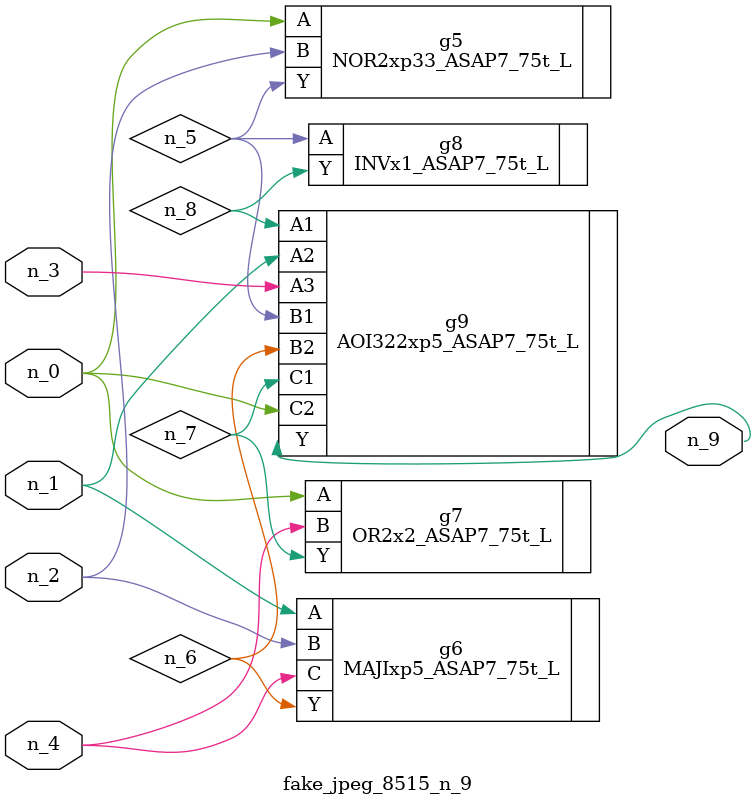
<source format=v>
module fake_jpeg_8515_n_9 (n_3, n_2, n_1, n_0, n_4, n_9);

input n_3;
input n_2;
input n_1;
input n_0;
input n_4;

output n_9;

wire n_8;
wire n_6;
wire n_5;
wire n_7;

NOR2xp33_ASAP7_75t_L g5 ( 
.A(n_0),
.B(n_2),
.Y(n_5)
);

MAJIxp5_ASAP7_75t_L g6 ( 
.A(n_1),
.B(n_2),
.C(n_4),
.Y(n_6)
);

OR2x2_ASAP7_75t_L g7 ( 
.A(n_0),
.B(n_4),
.Y(n_7)
);

INVx1_ASAP7_75t_L g8 ( 
.A(n_5),
.Y(n_8)
);

AOI322xp5_ASAP7_75t_L g9 ( 
.A1(n_8),
.A2(n_1),
.A3(n_3),
.B1(n_5),
.B2(n_6),
.C1(n_7),
.C2(n_0),
.Y(n_9)
);


endmodule
</source>
